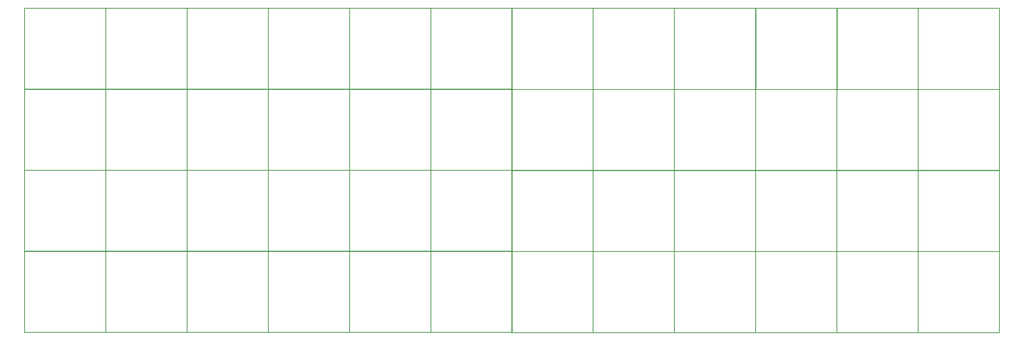
<source format=gbr>
%TF.GenerationSoftware,KiCad,Pcbnew,6.0.8+dfsg-1*%
%TF.CreationDate,2022-10-27T21:27:42-03:00*%
%TF.ProjectId,Calebe94,43616c65-6265-4393-942e-6b696361645f,rev?*%
%TF.SameCoordinates,Original*%
%TF.FileFunction,OtherDrawing,Comment*%
%FSLAX46Y46*%
G04 Gerber Fmt 4.6, Leading zero omitted, Abs format (unit mm)*
G04 Created by KiCad (PCBNEW 6.0.8+dfsg-1) date 2022-10-27 21:27:42*
%MOMM*%
%LPD*%
G01*
G04 APERTURE LIST*
%ADD10C,0.150000*%
G04 APERTURE END LIST*
D10*
%TO.C,SW22*%
X172925000Y-93575000D02*
X172925000Y-74525000D01*
X153875000Y-93575000D02*
X153875000Y-74525000D01*
X153875000Y-93575000D02*
X172925000Y-93575000D01*
X153875000Y-74525000D02*
X172925000Y-74525000D01*
%TO.C,SW40*%
X77775000Y-131525000D02*
X77775000Y-112475000D01*
X77775000Y-112475000D02*
X96825000Y-112475000D01*
X77775000Y-131525000D02*
X96825000Y-131525000D01*
X96825000Y-131525000D02*
X96825000Y-112475000D01*
%TO.C,SW11*%
X230075000Y-112575000D02*
X211025000Y-112575000D01*
X230075000Y-93525000D02*
X211025000Y-93525000D01*
X211025000Y-93525000D02*
X211025000Y-112575000D01*
X230075000Y-93525000D02*
X230075000Y-112575000D01*
%TO.C,SW37*%
X77775000Y-55475000D02*
X77775000Y-74525000D01*
X96825000Y-74525000D02*
X77775000Y-74525000D01*
X96825000Y-55475000D02*
X96825000Y-74525000D01*
X96825000Y-55475000D02*
X77775000Y-55475000D01*
%TO.C,SW39*%
X96825000Y-93475000D02*
X77775000Y-93475000D01*
X96825000Y-112525000D02*
X77775000Y-112525000D01*
X96825000Y-93475000D02*
X96825000Y-112525000D01*
X77775000Y-93475000D02*
X77775000Y-112525000D01*
%TO.C,SW35*%
X115875000Y-112525000D02*
X96825000Y-112525000D01*
X115875000Y-93475000D02*
X96825000Y-93475000D01*
X96825000Y-93475000D02*
X96825000Y-112525000D01*
X115875000Y-93475000D02*
X115875000Y-112525000D01*
%TO.C,SW19*%
X191975000Y-93525000D02*
X172925000Y-93525000D01*
X172925000Y-93525000D02*
X172925000Y-112575000D01*
X191975000Y-93525000D02*
X191975000Y-112575000D01*
X191975000Y-112575000D02*
X172925000Y-112575000D01*
%TO.C,SW20*%
X191975000Y-131575000D02*
X191975000Y-112525000D01*
X172925000Y-131575000D02*
X191975000Y-131575000D01*
X172925000Y-112525000D02*
X191975000Y-112525000D01*
X172925000Y-131575000D02*
X172925000Y-112525000D01*
%TO.C,SW10*%
X211025000Y-74525000D02*
X230075000Y-74525000D01*
X211025000Y-93575000D02*
X230075000Y-93575000D01*
X230075000Y-93575000D02*
X230075000Y-74525000D01*
X211025000Y-93575000D02*
X211025000Y-74525000D01*
%TO.C,SW5*%
X230075000Y-55525000D02*
X230075000Y-74575000D01*
X249125000Y-74575000D02*
X230075000Y-74575000D01*
X249125000Y-55525000D02*
X249125000Y-74575000D01*
X249125000Y-55525000D02*
X230075000Y-55525000D01*
%TO.C,SW4*%
X249125000Y-112525000D02*
X268175000Y-112525000D01*
X268175000Y-131575000D02*
X268175000Y-112525000D01*
X249125000Y-131575000D02*
X249125000Y-112525000D01*
X249125000Y-131575000D02*
X268175000Y-131575000D01*
%TO.C,SW36*%
X115875000Y-131525000D02*
X115875000Y-112475000D01*
X96825000Y-131525000D02*
X115875000Y-131525000D01*
X96825000Y-131525000D02*
X96825000Y-112475000D01*
X96825000Y-112475000D02*
X115875000Y-112475000D01*
%TO.C,SW38*%
X77775000Y-74475000D02*
X96825000Y-74475000D01*
X77775000Y-93525000D02*
X96825000Y-93525000D01*
X77775000Y-93525000D02*
X77775000Y-74475000D01*
X96825000Y-93525000D02*
X96825000Y-74475000D01*
%TO.C,SW48*%
X39675000Y-131525000D02*
X58725000Y-131525000D01*
X39675000Y-131525000D02*
X39675000Y-112475000D01*
X58725000Y-131525000D02*
X58725000Y-112475000D01*
X39675000Y-112475000D02*
X58725000Y-112475000D01*
%TO.C,SW33*%
X96825000Y-55475000D02*
X96825000Y-74525000D01*
X115875000Y-55475000D02*
X96825000Y-55475000D01*
X115875000Y-55475000D02*
X115875000Y-74525000D01*
X115875000Y-74525000D02*
X96825000Y-74525000D01*
%TO.C,SW23*%
X172925000Y-93525000D02*
X172925000Y-112575000D01*
X172925000Y-112575000D02*
X153875000Y-112575000D01*
X172925000Y-93525000D02*
X153875000Y-93525000D01*
X153875000Y-93525000D02*
X153875000Y-112575000D01*
%TO.C,SW21*%
X172925000Y-74575000D02*
X153875000Y-74575000D01*
X172925000Y-55525000D02*
X172925000Y-74575000D01*
X153875000Y-55525000D02*
X153875000Y-74575000D01*
X172925000Y-55525000D02*
X153875000Y-55525000D01*
%TO.C,SW18*%
X172925000Y-74525000D02*
X191975000Y-74525000D01*
X191975000Y-93575000D02*
X191975000Y-74525000D01*
X172925000Y-93575000D02*
X172925000Y-74525000D01*
X172925000Y-93575000D02*
X191975000Y-93575000D01*
%TO.C,SW2*%
X268175000Y-93575000D02*
X268175000Y-74525000D01*
X249125000Y-74525000D02*
X268175000Y-74525000D01*
X249125000Y-93575000D02*
X249125000Y-74525000D01*
X249125000Y-93575000D02*
X268175000Y-93575000D01*
%TO.C,SW9*%
X230125000Y-74575000D02*
X211075000Y-74575000D01*
X230125000Y-55525000D02*
X230125000Y-74575000D01*
X230125000Y-55525000D02*
X211075000Y-55525000D01*
X211075000Y-55525000D02*
X211075000Y-74575000D01*
%TO.C,SW12*%
X211025000Y-112525000D02*
X230075000Y-112525000D01*
X211025000Y-131575000D02*
X211025000Y-112525000D01*
X211025000Y-131575000D02*
X230075000Y-131575000D01*
X230075000Y-131575000D02*
X230075000Y-112525000D01*
%TO.C,SW32*%
X134875000Y-131525000D02*
X134875000Y-112475000D01*
X115825000Y-131525000D02*
X134875000Y-131525000D01*
X115825000Y-112475000D02*
X134875000Y-112475000D01*
X115825000Y-131525000D02*
X115825000Y-112475000D01*
%TO.C,SW47*%
X58725000Y-112525000D02*
X39675000Y-112525000D01*
X39675000Y-93475000D02*
X39675000Y-112525000D01*
X58725000Y-93475000D02*
X58725000Y-112525000D01*
X58725000Y-93475000D02*
X39675000Y-93475000D01*
%TO.C,SW34*%
X96825000Y-74475000D02*
X115875000Y-74475000D01*
X96825000Y-93525000D02*
X115875000Y-93525000D01*
X96825000Y-93525000D02*
X96825000Y-74475000D01*
X115875000Y-93525000D02*
X115875000Y-74475000D01*
%TO.C,SW41*%
X58725000Y-55475000D02*
X58725000Y-74525000D01*
X77775000Y-55475000D02*
X58725000Y-55475000D01*
X77775000Y-55475000D02*
X77775000Y-74525000D01*
X77775000Y-74525000D02*
X58725000Y-74525000D01*
%TO.C,SW15*%
X211025000Y-93525000D02*
X211025000Y-112575000D01*
X211025000Y-93525000D02*
X191975000Y-93525000D01*
X211025000Y-112575000D02*
X191975000Y-112575000D01*
X191975000Y-93525000D02*
X191975000Y-112575000D01*
%TO.C,SW26*%
X134925000Y-74475000D02*
X153975000Y-74475000D01*
X134925000Y-93525000D02*
X134925000Y-74475000D01*
X153975000Y-93525000D02*
X153975000Y-74475000D01*
X134925000Y-93525000D02*
X153975000Y-93525000D01*
%TO.C,SW31*%
X134875000Y-112525000D02*
X115825000Y-112525000D01*
X115825000Y-93475000D02*
X115825000Y-112525000D01*
X134875000Y-93475000D02*
X134875000Y-112525000D01*
X134875000Y-93475000D02*
X115825000Y-93475000D01*
%TO.C,SW27*%
X153975000Y-112525000D02*
X134925000Y-112525000D01*
X153975000Y-93475000D02*
X153975000Y-112525000D01*
X153975000Y-93475000D02*
X134925000Y-93475000D01*
X134925000Y-93475000D02*
X134925000Y-112525000D01*
%TO.C,SW6*%
X230075000Y-93575000D02*
X249125000Y-93575000D01*
X230075000Y-74525000D02*
X249125000Y-74525000D01*
X249125000Y-93575000D02*
X249125000Y-74525000D01*
X230075000Y-93575000D02*
X230075000Y-74525000D01*
%TO.C,SW28*%
X134925000Y-112475000D02*
X153975000Y-112475000D01*
X153975000Y-131525000D02*
X153975000Y-112475000D01*
X134925000Y-131525000D02*
X153975000Y-131525000D01*
X134925000Y-131525000D02*
X134925000Y-112475000D01*
%TO.C,SW25*%
X153925000Y-55475000D02*
X153925000Y-74525000D01*
X153925000Y-55475000D02*
X134875000Y-55475000D01*
X134875000Y-55475000D02*
X134875000Y-74525000D01*
X153925000Y-74525000D02*
X134875000Y-74525000D01*
%TO.C,SW3*%
X249125000Y-93525000D02*
X249125000Y-112575000D01*
X268175000Y-93525000D02*
X268175000Y-112575000D01*
X268175000Y-93525000D02*
X249125000Y-93525000D01*
X268175000Y-112575000D02*
X249125000Y-112575000D01*
%TO.C,SW13*%
X211025000Y-55525000D02*
X211025000Y-74575000D01*
X191975000Y-55525000D02*
X191975000Y-74575000D01*
X211025000Y-55525000D02*
X191975000Y-55525000D01*
X211025000Y-74575000D02*
X191975000Y-74575000D01*
%TO.C,SW45*%
X58725000Y-55475000D02*
X39675000Y-55475000D01*
X58725000Y-74525000D02*
X39675000Y-74525000D01*
X58725000Y-55475000D02*
X58725000Y-74525000D01*
X39675000Y-55475000D02*
X39675000Y-74525000D01*
%TO.C,SW44*%
X58725000Y-131525000D02*
X58725000Y-112475000D01*
X58725000Y-131525000D02*
X77775000Y-131525000D01*
X58725000Y-112475000D02*
X77775000Y-112475000D01*
X77775000Y-131525000D02*
X77775000Y-112475000D01*
%TO.C,SW8*%
X230075000Y-131575000D02*
X249125000Y-131575000D01*
X230075000Y-112525000D02*
X249125000Y-112525000D01*
X230075000Y-131575000D02*
X230075000Y-112525000D01*
X249125000Y-131575000D02*
X249125000Y-112525000D01*
%TO.C,SW30*%
X115825000Y-93525000D02*
X115825000Y-74475000D01*
X115825000Y-93525000D02*
X134875000Y-93525000D01*
X134875000Y-93525000D02*
X134875000Y-74475000D01*
X115825000Y-74475000D02*
X134875000Y-74475000D01*
%TO.C,SW7*%
X249125000Y-93525000D02*
X230075000Y-93525000D01*
X249125000Y-93525000D02*
X249125000Y-112575000D01*
X230075000Y-93525000D02*
X230075000Y-112575000D01*
X249125000Y-112575000D02*
X230075000Y-112575000D01*
%TO.C,SW43*%
X77775000Y-93475000D02*
X58725000Y-93475000D01*
X77775000Y-93475000D02*
X77775000Y-112525000D01*
X58725000Y-93475000D02*
X58725000Y-112525000D01*
X77775000Y-112525000D02*
X58725000Y-112525000D01*
%TO.C,SW46*%
X58725000Y-93525000D02*
X58725000Y-74475000D01*
X39675000Y-93525000D02*
X39675000Y-74475000D01*
X39675000Y-93525000D02*
X58725000Y-93525000D01*
X39675000Y-74475000D02*
X58725000Y-74475000D01*
%TO.C,SW1*%
X268175000Y-74575000D02*
X249125000Y-74575000D01*
X249125000Y-55525000D02*
X249125000Y-74575000D01*
X268175000Y-55525000D02*
X249125000Y-55525000D01*
X268175000Y-55525000D02*
X268175000Y-74575000D01*
%TO.C,SW14*%
X191975000Y-74525000D02*
X211025000Y-74525000D01*
X191975000Y-93575000D02*
X191975000Y-74525000D01*
X191975000Y-93575000D02*
X211025000Y-93575000D01*
X211025000Y-93575000D02*
X211025000Y-74525000D01*
%TO.C,SW16*%
X191975000Y-131575000D02*
X191975000Y-112525000D01*
X211025000Y-131575000D02*
X211025000Y-112525000D01*
X191975000Y-131575000D02*
X211025000Y-131575000D01*
X191975000Y-112525000D02*
X211025000Y-112525000D01*
%TO.C,SW24*%
X172925000Y-131575000D02*
X172925000Y-112525000D01*
X153875000Y-131575000D02*
X153875000Y-112525000D01*
X153875000Y-131575000D02*
X172925000Y-131575000D01*
X153875000Y-112525000D02*
X172925000Y-112525000D01*
%TO.C,SW17*%
X191975000Y-74575000D02*
X172925000Y-74575000D01*
X191975000Y-55525000D02*
X191975000Y-74575000D01*
X191975000Y-55525000D02*
X172925000Y-55525000D01*
X172925000Y-55525000D02*
X172925000Y-74575000D01*
%TO.C,SW42*%
X58725000Y-74475000D02*
X77775000Y-74475000D01*
X58725000Y-93525000D02*
X58725000Y-74475000D01*
X58725000Y-93525000D02*
X77775000Y-93525000D01*
X77775000Y-93525000D02*
X77775000Y-74475000D01*
%TO.C,SW29*%
X134875000Y-74525000D02*
X115825000Y-74525000D01*
X115825000Y-55475000D02*
X115825000Y-74525000D01*
X134875000Y-55475000D02*
X134875000Y-74525000D01*
X134875000Y-55475000D02*
X115825000Y-55475000D01*
%TD*%
M02*

</source>
